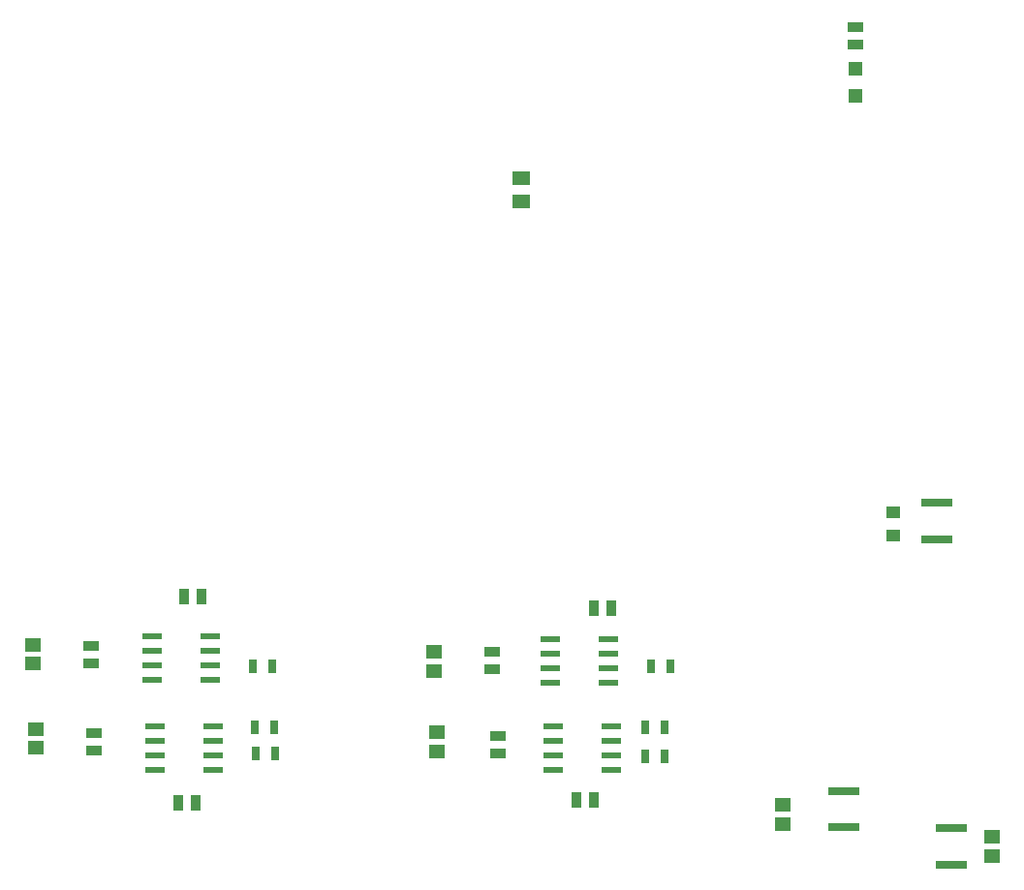
<source format=gtp>
G04*
G04 #@! TF.GenerationSoftware,Altium Limited,Altium Designer,22.10.1 (41)*
G04*
G04 Layer_Color=8421504*
%FSLAX44Y44*%
%MOMM*%
G71*
G04*
G04 #@! TF.SameCoordinates,96092411-4BE1-4E5F-83DD-11E1D8B77A3F*
G04*
G04*
G04 #@! TF.FilePolarity,Positive*
G04*
G01*
G75*
%ADD17R,1.5082X1.2065*%
%ADD18R,1.1500X1.1500*%
%ADD19R,1.3500X0.9500*%
%ADD20R,1.4562X1.2546*%
%ADD21R,1.3500X0.9500*%
%ADD22R,1.8161X0.5588*%
%ADD23R,0.7587X1.3082*%
%ADD24R,0.9500X1.3500*%
%ADD25R,2.7042X0.7531*%
%ADD26R,1.2500X1.0000*%
D17*
X495300Y665131D02*
D03*
Y686149D02*
D03*
D18*
X787400Y757870D02*
D03*
Y781370D02*
D03*
D19*
Y818140D02*
D03*
Y802640D02*
D03*
D20*
X68580Y278136D02*
D03*
Y261620D02*
D03*
X71120Y204476D02*
D03*
Y187960D02*
D03*
X419100Y255264D02*
D03*
Y271780D02*
D03*
X421640Y201298D02*
D03*
Y184782D02*
D03*
X906780Y109858D02*
D03*
Y93342D02*
D03*
X723900Y137798D02*
D03*
Y121282D02*
D03*
D21*
X119380Y276740D02*
D03*
Y261740D02*
D03*
X121920Y200420D02*
D03*
Y185420D02*
D03*
X469900Y256660D02*
D03*
Y271660D02*
D03*
X474980Y198000D02*
D03*
Y183000D02*
D03*
D22*
X571563Y283210D02*
D03*
X226124Y207010D02*
D03*
X223584Y285750D02*
D03*
Y273050D02*
D03*
Y260350D02*
D03*
Y247650D02*
D03*
X172656D02*
D03*
Y260350D02*
D03*
Y273050D02*
D03*
Y285750D02*
D03*
X571563Y270510D02*
D03*
Y257810D02*
D03*
Y245110D02*
D03*
X520636D02*
D03*
Y257810D02*
D03*
Y270510D02*
D03*
Y283210D02*
D03*
X574104Y207010D02*
D03*
Y194310D02*
D03*
Y181610D02*
D03*
Y168910D02*
D03*
X523176D02*
D03*
Y181610D02*
D03*
Y194310D02*
D03*
Y207010D02*
D03*
X226124Y194310D02*
D03*
Y181610D02*
D03*
Y168910D02*
D03*
X175196D02*
D03*
Y181610D02*
D03*
Y194310D02*
D03*
Y207010D02*
D03*
D23*
X262866Y205740D02*
D03*
X620407D02*
D03*
X603873D02*
D03*
X279400D02*
D03*
X603873Y180340D02*
D03*
X620407D02*
D03*
X608953Y259080D02*
D03*
X625487D02*
D03*
X263513Y182880D02*
D03*
X280047D02*
D03*
X260973Y259080D02*
D03*
X277507D02*
D03*
D24*
X543800Y142240D02*
D03*
X558800D02*
D03*
X573920Y309880D02*
D03*
X558920D02*
D03*
X195700Y139700D02*
D03*
X210700D02*
D03*
X215660Y320040D02*
D03*
X200660D02*
D03*
D25*
X871220Y117350D02*
D03*
Y85850D02*
D03*
X858520Y370330D02*
D03*
Y401830D02*
D03*
X777240Y149860D02*
D03*
Y118360D02*
D03*
D26*
X820420Y373540D02*
D03*
Y393540D02*
D03*
M02*

</source>
